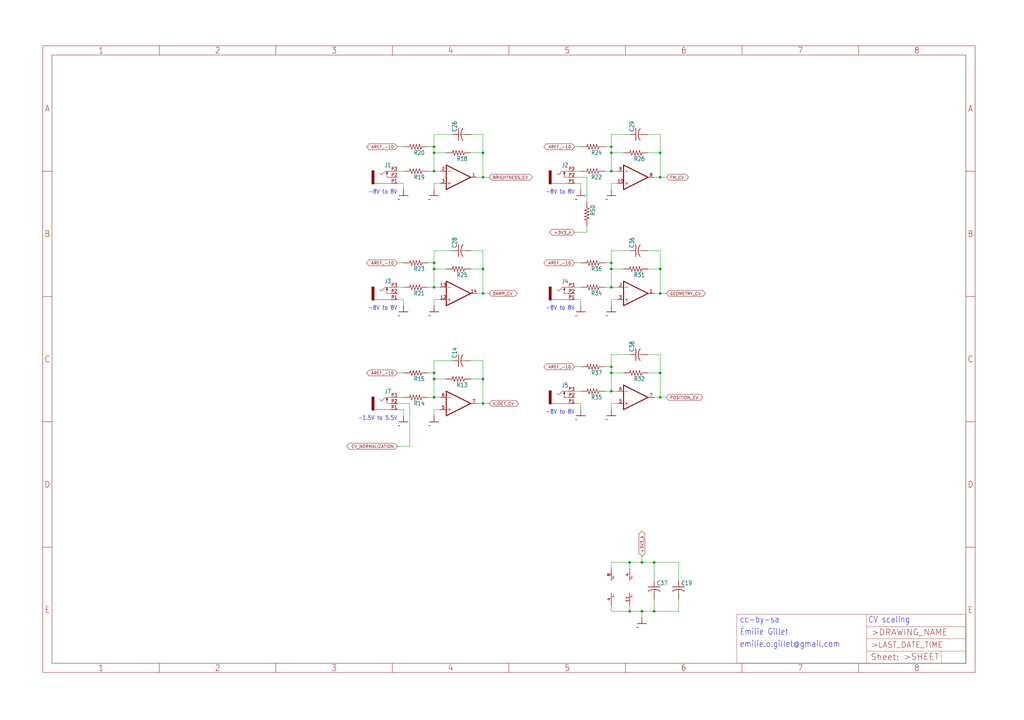
<source format=kicad_sch>
(kicad_sch (version 20211123) (generator eeschema)
  (paper "User" 425.45 299.161)
  (lib_symbols
    (symbol "rings-eagle-import:A3L-LOC"
      (symbol "A3L-LOC_1_0"
        (polyline (pts (xy 0 52.07) (xy 3.81 52.07)))
        (polyline (pts (xy 0 104.14) (xy 3.81 104.14)))
        (polyline (pts (xy 0 156.21) (xy 3.81 156.21)))
        (polyline (pts (xy 0 208.28) (xy 3.81 208.28)))
        (polyline (pts (xy 3.81 3.81) (xy 3.81 256.54)))
        (polyline (pts (xy 48.4188 0) (xy 48.4188 3.81)))
        (polyline (pts (xy 48.4188 256.54) (xy 48.4188 260.35)))
        (polyline (pts (xy 96.8375 0) (xy 96.8375 3.81)))
        (polyline (pts (xy 96.8375 256.54) (xy 96.8375 260.35)))
        (polyline (pts (xy 145.2563 0) (xy 145.2563 3.81)))
        (polyline (pts (xy 145.2563 256.54) (xy 145.2563 260.35)))
        (polyline (pts (xy 193.675 0) (xy 193.675 3.81)))
        (polyline (pts (xy 193.675 256.54) (xy 193.675 260.35)))
        (polyline (pts (xy 242.0938 0) (xy 242.0938 3.81)))
        (polyline (pts (xy 242.0938 256.54) (xy 242.0938 260.35)))
        (polyline (pts (xy 288.29 3.81) (xy 288.29 24.13)) (stroke (width 0.1016)))
        (polyline (pts (xy 288.29 3.81) (xy 342.265 3.81)) (stroke (width 0.1016)))
        (polyline (pts (xy 288.29 24.13) (xy 342.265 24.13)) (stroke (width 0.1016)))
        (polyline (pts (xy 290.5125 0) (xy 290.5125 3.81)))
        (polyline (pts (xy 290.5125 256.54) (xy 290.5125 260.35)))
        (polyline (pts (xy 338.9313 0) (xy 338.9313 3.81)))
        (polyline (pts (xy 338.9313 256.54) (xy 338.9313 260.35)))
        (polyline (pts (xy 342.265 3.81) (xy 373.38 3.81)) (stroke (width 0.1016)))
        (polyline (pts (xy 342.265 8.89) (xy 342.265 3.81)) (stroke (width 0.1016)))
        (polyline (pts (xy 342.265 8.89) (xy 342.265 13.97)) (stroke (width 0.1016)))
        (polyline (pts (xy 342.265 13.97) (xy 342.265 19.05)) (stroke (width 0.1016)))
        (polyline (pts (xy 342.265 13.97) (xy 383.54 13.97)) (stroke (width 0.1016)))
        (polyline (pts (xy 342.265 19.05) (xy 342.265 24.13)) (stroke (width 0.1016)))
        (polyline (pts (xy 342.265 19.05) (xy 383.54 19.05)) (stroke (width 0.1016)))
        (polyline (pts (xy 342.265 24.13) (xy 383.54 24.13)) (stroke (width 0.1016)))
        (polyline (pts (xy 373.38 3.81) (xy 373.38 8.89)) (stroke (width 0.1016)))
        (polyline (pts (xy 373.38 3.81) (xy 383.54 3.81)) (stroke (width 0.1016)))
        (polyline (pts (xy 373.38 8.89) (xy 342.265 8.89)) (stroke (width 0.1016)))
        (polyline (pts (xy 373.38 8.89) (xy 383.54 8.89)) (stroke (width 0.1016)))
        (polyline (pts (xy 383.54 3.81) (xy 3.81 3.81)))
        (polyline (pts (xy 383.54 3.81) (xy 383.54 8.89)) (stroke (width 0.1016)))
        (polyline (pts (xy 383.54 3.81) (xy 383.54 256.54)))
        (polyline (pts (xy 383.54 8.89) (xy 383.54 13.97)) (stroke (width 0.1016)))
        (polyline (pts (xy 383.54 13.97) (xy 383.54 19.05)) (stroke (width 0.1016)))
        (polyline (pts (xy 383.54 19.05) (xy 383.54 24.13)) (stroke (width 0.1016)))
        (polyline (pts (xy 383.54 52.07) (xy 387.35 52.07)))
        (polyline (pts (xy 383.54 104.14) (xy 387.35 104.14)))
        (polyline (pts (xy 383.54 156.21) (xy 387.35 156.21)))
        (polyline (pts (xy 383.54 208.28) (xy 387.35 208.28)))
        (polyline (pts (xy 383.54 256.54) (xy 3.81 256.54)))
        (polyline (pts (xy 0 0) (xy 387.35 0) (xy 387.35 260.35) (xy 0 260.35) (xy 0 0)))
        (text "1" (at 24.2094 1.905 0) (effects (font (size 2.54 2.286))))
        (text "1" (at 24.2094 258.445 0) (effects (font (size 2.54 2.286))))
        (text "2" (at 72.6281 1.905 0) (effects (font (size 2.54 2.286))))
        (text "2" (at 72.6281 258.445 0) (effects (font (size 2.54 2.286))))
        (text "3" (at 121.0469 1.905 0) (effects (font (size 2.54 2.286))))
        (text "3" (at 121.0469 258.445 0) (effects (font (size 2.54 2.286))))
        (text "4" (at 169.4656 1.905 0) (effects (font (size 2.54 2.286))))
        (text "4" (at 169.4656 258.445 0) (effects (font (size 2.54 2.286))))
        (text "5" (at 217.8844 1.905 0) (effects (font (size 2.54 2.286))))
        (text "5" (at 217.8844 258.445 0) (effects (font (size 2.54 2.286))))
        (text "6" (at 266.3031 1.905 0) (effects (font (size 2.54 2.286))))
        (text "6" (at 266.3031 258.445 0) (effects (font (size 2.54 2.286))))
        (text "7" (at 314.7219 1.905 0) (effects (font (size 2.54 2.286))))
        (text "7" (at 314.7219 258.445 0) (effects (font (size 2.54 2.286))))
        (text "8" (at 363.1406 1.905 0) (effects (font (size 2.54 2.286))))
        (text "8" (at 363.1406 258.445 0) (effects (font (size 2.54 2.286))))
        (text ">DRAWING_NAME" (at 344.17 15.24 0) (effects (font (size 2.54 2.54)) (justify left bottom)))
        (text ">LAST_DATE_TIME" (at 344.17 10.16 0) (effects (font (size 2.286 2.286)) (justify left bottom)))
        (text ">SHEET" (at 357.505 5.08 0) (effects (font (size 2.54 2.54)) (justify left bottom)))
        (text "A" (at 1.905 234.315 0) (effects (font (size 2.54 2.286))))
        (text "A" (at 385.445 234.315 0) (effects (font (size 2.54 2.286))))
        (text "B" (at 1.905 182.245 0) (effects (font (size 2.54 2.286))))
        (text "B" (at 385.445 182.245 0) (effects (font (size 2.54 2.286))))
        (text "C" (at 1.905 130.175 0) (effects (font (size 2.54 2.286))))
        (text "C" (at 385.445 130.175 0) (effects (font (size 2.54 2.286))))
        (text "D" (at 1.905 78.105 0) (effects (font (size 2.54 2.286))))
        (text "D" (at 385.445 78.105 0) (effects (font (size 2.54 2.286))))
        (text "E" (at 1.905 26.035 0) (effects (font (size 2.54 2.286))))
        (text "E" (at 385.445 26.035 0) (effects (font (size 2.54 2.286))))
        (text "Sheet:" (at 343.916 4.953 0) (effects (font (size 2.54 2.54)) (justify left bottom)))
      )
    )
    (symbol "rings-eagle-import:C-USC0603"
      (property "Reference" "C" (at 1.016 0.635 0))
      (property "Value" "C-USC0603" (at 1.016 -4.191 0))
      (symbol "C-USC0603_1_0"
        (arc (start 0 -1.0161) (mid -1.302 -1.2303) (end -2.4668 -1.8504) (stroke (width 0.254)))
        (polyline (pts (xy -2.54 0) (xy 2.54 0)) (stroke (width 0.254)))
        (polyline (pts (xy 0 -1.016) (xy 0 -2.54)) (stroke (width 0.1524)))
        (arc (start 2.4892 -1.8542) (mid 1.3158 -1.2195) (end 0 -1) (stroke (width 0.254)))
        (pin passive line (at 0 2.54 270) (length 2.54) (name "1") (number "1"))
        (pin passive line (at 0 -5.08 90) (length 2.54) (name "2") (number "2"))
      )
    )
    (symbol "rings-eagle-import:GND" (power)
      (property "Value" "GND" (at -2.54 -2.54 0))
      (symbol "GND_1_0"
        (polyline (pts (xy -1.905 0) (xy 1.905 0)) (stroke (width 0.254)))
        (pin power_in line (at 0 2.54 270) (length 2.54) (name "GND") (number "1"))
      )
    )
    (symbol "rings-eagle-import:PJ301_THONKICONN6"
      (property "Reference" "J" (at -2.54 4.064 0))
      (symbol "PJ301_THONKICONN6_1_0"
        (polyline (pts (xy -2.54 -2.54) (xy 4.572 -2.54)) (stroke (width 0.1524)))
        (polyline (pts (xy -2.54 0) (xy -0.762 0)) (stroke (width 0.1524)))
        (polyline (pts (xy -2.54 2.54) (xy 0 2.54)) (stroke (width 0.1524)))
        (polyline (pts (xy -1.016 1.524) (xy -0.508 1.524)) (stroke (width 0.254)))
        (polyline (pts (xy -0.762 0) (xy -0.762 2.286)) (stroke (width 0.1524)))
        (polyline (pts (xy -0.762 2.286) (xy -1.016 1.524)) (stroke (width 0.254)))
        (polyline (pts (xy -0.508 1.524) (xy -0.762 2.286)) (stroke (width 0.254)))
        (polyline (pts (xy 0 2.54) (xy 1.524 1.016)) (stroke (width 0.1524)))
        (polyline (pts (xy 1.524 1.016) (xy 2.286 1.778)) (stroke (width 0.1524)))
        (rectangle (start 4.572 2.794) (end 5.588 -2.794) (fill (type outline)))
        (pin passive line (at -5.08 -2.54 0) (length 2.54) (name "1") (number "P1"))
        (pin passive line (at -5.08 0 0) (length 2.54) (name "2") (number "P2"))
        (pin passive line (at -5.08 2.54 0) (length 2.54) (name "3") (number "P3"))
      )
    )
    (symbol "rings-eagle-import:R-US_R0603"
      (property "Reference" "R" (at -3.81 1.4986 0))
      (property "Value" "R-US_R0603" (at -3.81 -3.302 0))
      (symbol "R-US_R0603_1_0"
        (polyline (pts (xy -2.54 0) (xy -2.159 1.016)) (stroke (width 0.2032)))
        (polyline (pts (xy -2.159 1.016) (xy -1.524 -1.016)) (stroke (width 0.2032)))
        (polyline (pts (xy -1.524 -1.016) (xy -0.889 1.016)) (stroke (width 0.2032)))
        (polyline (pts (xy -0.889 1.016) (xy -0.254 -1.016)) (stroke (width 0.2032)))
        (polyline (pts (xy -0.254 -1.016) (xy 0.381 1.016)) (stroke (width 0.2032)))
        (polyline (pts (xy 0.381 1.016) (xy 1.016 -1.016)) (stroke (width 0.2032)))
        (polyline (pts (xy 1.016 -1.016) (xy 1.651 1.016)) (stroke (width 0.2032)))
        (polyline (pts (xy 1.651 1.016) (xy 2.286 -1.016)) (stroke (width 0.2032)))
        (polyline (pts (xy 2.286 -1.016) (xy 2.54 0)) (stroke (width 0.2032)))
        (pin passive line (at -5.08 0 0) (length 2.54) (name "1") (number "1"))
        (pin passive line (at 5.08 0 180) (length 2.54) (name "2") (number "2"))
      )
    )
    (symbol "rings-eagle-import:TL072D"
      (symbol "TL072D_1_0"
        (polyline (pts (xy -5.08 -5.08) (xy 5.08 0)) (stroke (width 0.4064)))
        (polyline (pts (xy -5.08 5.08) (xy -5.08 -5.08)) (stroke (width 0.4064)))
        (polyline (pts (xy -4.445 -2.54) (xy -3.175 -2.54)) (stroke (width 0.1524)))
        (polyline (pts (xy -4.445 2.54) (xy -3.175 2.54)) (stroke (width 0.1524)))
        (polyline (pts (xy -3.81 3.175) (xy -3.81 1.905)) (stroke (width 0.1524)))
        (polyline (pts (xy 5.08 0) (xy -5.08 5.08)) (stroke (width 0.4064)))
        (pin output line (at 7.62 0 180) (length 2.54) (name "OUT") (number "1"))
        (pin input line (at -7.62 -2.54 0) (length 2.54) (name "-IN") (number "2"))
        (pin input line (at -7.62 2.54 0) (length 2.54) (name "+IN") (number "3"))
      )
      (symbol "TL072D_2_0"
        (polyline (pts (xy -5.08 -5.08) (xy 5.08 0)) (stroke (width 0.4064)))
        (polyline (pts (xy -5.08 5.08) (xy -5.08 -5.08)) (stroke (width 0.4064)))
        (polyline (pts (xy -4.445 -2.54) (xy -3.175 -2.54)) (stroke (width 0.1524)))
        (polyline (pts (xy -4.445 2.54) (xy -3.175 2.54)) (stroke (width 0.1524)))
        (polyline (pts (xy -3.81 3.175) (xy -3.81 1.905)) (stroke (width 0.1524)))
        (polyline (pts (xy 5.08 0) (xy -5.08 5.08)) (stroke (width 0.4064)))
        (pin input line (at -7.62 2.54 0) (length 2.54) (name "+IN") (number "5"))
        (pin input line (at -7.62 -2.54 0) (length 2.54) (name "-IN") (number "6"))
        (pin output line (at 7.62 0 180) (length 2.54) (name "OUT") (number "7"))
      )
      (symbol "TL072D_3_0"
        (text "V+" (at 1.27 3.175 900) (effects (font (size 0.8128 0.6908)) (justify left bottom)))
        (text "V-" (at 1.27 -4.445 900) (effects (font (size 0.8128 0.6908)) (justify left bottom)))
        (pin power_in line (at 0 -7.62 90) (length 5.08) (name "V-") (number "4"))
        (pin power_in line (at 0 7.62 270) (length 5.08) (name "V+") (number "8"))
      )
    )
    (symbol "rings-eagle-import:TL074D"
      (symbol "TL074D_1_0"
        (polyline (pts (xy -5.08 -5.08) (xy 5.08 0)) (stroke (width 0.4064)))
        (polyline (pts (xy -5.08 5.08) (xy -5.08 -5.08)) (stroke (width 0.4064)))
        (polyline (pts (xy -4.445 -2.54) (xy -3.175 -2.54)) (stroke (width 0.1524)))
        (polyline (pts (xy -4.445 2.54) (xy -3.175 2.54)) (stroke (width 0.1524)))
        (polyline (pts (xy -3.81 3.175) (xy -3.81 1.905)) (stroke (width 0.1524)))
        (polyline (pts (xy 5.08 0) (xy -5.08 5.08)) (stroke (width 0.4064)))
        (pin output line (at 7.62 0 180) (length 2.54) (name "OUT") (number "1"))
        (pin input line (at -7.62 -2.54 0) (length 2.54) (name "-IN") (number "2"))
        (pin input line (at -7.62 2.54 0) (length 2.54) (name "+IN") (number "3"))
      )
      (symbol "TL074D_2_0"
        (polyline (pts (xy -5.08 -5.08) (xy 5.08 0)) (stroke (width 0.4064)))
        (polyline (pts (xy -5.08 5.08) (xy -5.08 -5.08)) (stroke (width 0.4064)))
        (polyline (pts (xy -4.445 -2.54) (xy -3.175 -2.54)) (stroke (width 0.1524)))
        (polyline (pts (xy -4.445 2.54) (xy -3.175 2.54)) (stroke (width 0.1524)))
        (polyline (pts (xy -3.81 3.175) (xy -3.81 1.905)) (stroke (width 0.1524)))
        (polyline (pts (xy 5.08 0) (xy -5.08 5.08)) (stroke (width 0.4064)))
        (pin input line (at -7.62 2.54 0) (length 2.54) (name "+IN") (number "5"))
        (pin input line (at -7.62 -2.54 0) (length 2.54) (name "-IN") (number "6"))
        (pin output line (at 7.62 0 180) (length 2.54) (name "OUT") (number "7"))
      )
      (symbol "TL074D_3_0"
        (polyline (pts (xy -5.08 -5.08) (xy 5.08 0)) (stroke (width 0.4064)))
        (polyline (pts (xy -5.08 5.08) (xy -5.08 -5.08)) (stroke (width 0.4064)))
        (polyline (pts (xy -4.445 -2.54) (xy -3.175 -2.54)) (stroke (width 0.1524)))
        (polyline (pts (xy -4.445 2.54) (xy -3.175 2.54)) (stroke (width 0.1524)))
        (polyline (pts (xy -3.81 3.175) (xy -3.81 1.905)) (stroke (width 0.1524)))
        (polyline (pts (xy 5.08 0) (xy -5.08 5.08)) (stroke (width 0.4064)))
        (pin input line (at -7.62 2.54 0) (length 2.54) (name "+IN") (number "10"))
        (pin output line (at 7.62 0 180) (length 2.54) (name "OUT") (number "8"))
        (pin input line (at -7.62 -2.54 0) (length 2.54) (name "-IN") (number "9"))
      )
      (symbol "TL074D_4_0"
        (polyline (pts (xy -5.08 -5.08) (xy 5.08 0)) (stroke (width 0.4064)))
        (polyline (pts (xy -5.08 5.08) (xy -5.08 -5.08)) (stroke (width 0.4064)))
        (polyline (pts (xy -4.445 -2.54) (xy -3.175 -2.54)) (stroke (width 0.1524)))
        (polyline (pts (xy -4.445 2.54) (xy -3.175 2.54)) (stroke (width 0.1524)))
        (polyline (pts (xy -3.81 3.175) (xy -3.81 1.905)) (stroke (width 0.1524)))
        (polyline (pts (xy 5.08 0) (xy -5.08 5.08)) (stroke (width 0.4064)))
        (pin input line (at -7.62 2.54 0) (length 2.54) (name "+IN") (number "12"))
        (pin input line (at -7.62 -2.54 0) (length 2.54) (name "-IN") (number "13"))
        (pin output line (at 7.62 0 180) (length 2.54) (name "OUT") (number "14"))
      )
      (symbol "TL074D_5_0"
        (text "V+" (at 1.27 3.175 900) (effects (font (size 0.8128 0.6908)) (justify left bottom)))
        (text "V-" (at 1.27 -4.445 900) (effects (font (size 0.8128 0.6908)) (justify left bottom)))
        (pin power_in line (at 0 -7.62 90) (length 5.08) (name "V-") (number "11"))
        (pin power_in line (at 0 7.62 270) (length 5.08) (name "V+") (number "4"))
      )
    )
  )
  (junction (at 254 111.76))
  (junction (at 180.34 119.38))
  (junction (at 200.66 63.5))
  (junction (at 180.34 60.96))
  (junction (at 271.78 233.68))
  (junction (at 254 154.94))
  (junction (at 200.66 111.76))
  (junction (at 254 119.38))
  (junction (at 180.34 109.22))
  (junction (at 254 162.56))
  (junction (at 200.66 157.48))
  (junction (at 274.32 73.66))
  (junction (at 274.32 165.1))
  (junction (at 254 71.12))
  (junction (at 274.32 154.94))
  (junction (at 261.62 254))
  (junction (at 254 109.22))
  (junction (at 274.32 63.5))
  (junction (at 254 152.4))
  (junction (at 200.66 73.66))
  (junction (at 180.34 111.76))
  (junction (at 274.32 111.76))
  (junction (at 254 60.96))
  (junction (at 266.7 254))
  (junction (at 271.78 254))
  (junction (at 200.66 121.92))
  (junction (at 254 63.5))
  (junction (at 180.34 63.5))
  (junction (at 274.32 121.92))
  (junction (at 180.34 165.1))
  (junction (at 261.62 233.68))
  (junction (at 180.34 71.12))
  (junction (at 200.66 167.64))
  (junction (at 180.34 157.48))
  (junction (at 266.7 233.68))
  (junction (at 180.34 154.94))
  (wire (pts (xy 195.58 149.86) (xy 200.66 149.86)))
  (wire (pts (xy 254 71.12) (xy 256.54 71.12)))
  (wire (pts (xy 271.78 254) (xy 281.94 254)))
  (wire (pts (xy 261.62 104.14) (xy 254 104.14)))
  (wire (pts (xy 200.66 167.64) (xy 198.12 167.64)))
  (wire (pts (xy 180.34 170.18) (xy 180.34 172.72)))
  (wire (pts (xy 274.32 73.66) (xy 271.78 73.66)))
  (wire (pts (xy 195.58 55.88) (xy 200.66 55.88)))
  (wire (pts (xy 243.84 73.66) (xy 238.76 73.66)))
  (wire (pts (xy 180.34 76.2) (xy 180.34 78.74)))
  (wire (pts (xy 185.42 157.48) (xy 180.34 157.48)))
  (wire (pts (xy 254 233.68) (xy 261.62 233.68)))
  (wire (pts (xy 238.76 71.12) (xy 241.3 71.12)))
  (wire (pts (xy 254 251.46) (xy 254 254)))
  (wire (pts (xy 254 154.94) (xy 254 162.56)))
  (wire (pts (xy 274.32 121.92) (xy 276.86 121.92)))
  (wire (pts (xy 269.24 154.94) (xy 274.32 154.94)))
  (wire (pts (xy 261.62 236.22) (xy 261.62 233.68)))
  (wire (pts (xy 180.34 119.38) (xy 182.88 119.38)))
  (wire (pts (xy 274.32 147.32) (xy 274.32 154.94)))
  (wire (pts (xy 274.32 73.66) (xy 276.86 73.66)))
  (wire (pts (xy 241.3 167.64) (xy 241.3 170.18)))
  (wire (pts (xy 269.24 104.14) (xy 274.32 104.14)))
  (wire (pts (xy 165.1 154.94) (xy 167.64 154.94)))
  (wire (pts (xy 254 76.2) (xy 254 78.74)))
  (wire (pts (xy 266.7 254) (xy 271.78 254)))
  (wire (pts (xy 243.84 83.82) (xy 243.84 73.66)))
  (wire (pts (xy 200.66 121.92) (xy 198.12 121.92)))
  (wire (pts (xy 261.62 233.68) (xy 266.7 233.68)))
  (wire (pts (xy 200.66 104.14) (xy 200.66 111.76)))
  (wire (pts (xy 254 63.5) (xy 254 71.12)))
  (wire (pts (xy 238.76 162.56) (xy 241.3 162.56)))
  (wire (pts (xy 165.1 170.18) (xy 167.64 170.18)))
  (wire (pts (xy 167.64 76.2) (xy 167.64 78.74)))
  (wire (pts (xy 254 111.76) (xy 254 119.38)))
  (wire (pts (xy 254 254) (xy 261.62 254)))
  (wire (pts (xy 165.1 165.1) (xy 167.64 165.1)))
  (wire (pts (xy 266.7 233.68) (xy 266.7 231.14)))
  (wire (pts (xy 200.66 167.64) (xy 203.2 167.64)))
  (wire (pts (xy 238.76 119.38) (xy 241.3 119.38)))
  (wire (pts (xy 170.18 167.64) (xy 170.18 185.42)))
  (wire (pts (xy 177.8 119.38) (xy 180.34 119.38)))
  (wire (pts (xy 182.88 124.46) (xy 180.34 124.46)))
  (wire (pts (xy 266.7 233.68) (xy 271.78 233.68)))
  (wire (pts (xy 281.94 254) (xy 281.94 248.92)))
  (wire (pts (xy 261.62 251.46) (xy 261.62 254)))
  (wire (pts (xy 238.76 60.96) (xy 241.3 60.96)))
  (wire (pts (xy 254 147.32) (xy 254 152.4)))
  (wire (pts (xy 274.32 121.92) (xy 271.78 121.92)))
  (wire (pts (xy 254 162.56) (xy 256.54 162.56)))
  (wire (pts (xy 238.76 167.64) (xy 241.3 167.64)))
  (wire (pts (xy 256.54 76.2) (xy 254 76.2)))
  (wire (pts (xy 182.88 76.2) (xy 180.34 76.2)))
  (wire (pts (xy 185.42 111.76) (xy 180.34 111.76)))
  (wire (pts (xy 200.66 149.86) (xy 200.66 157.48)))
  (wire (pts (xy 180.34 111.76) (xy 180.34 119.38)))
  (wire (pts (xy 165.1 71.12) (xy 167.64 71.12)))
  (wire (pts (xy 243.84 96.52) (xy 243.84 93.98)))
  (wire (pts (xy 251.46 162.56) (xy 254 162.56)))
  (wire (pts (xy 238.76 124.46) (xy 241.3 124.46)))
  (wire (pts (xy 274.32 63.5) (xy 274.32 73.66)))
  (wire (pts (xy 251.46 71.12) (xy 254 71.12)))
  (wire (pts (xy 182.88 170.18) (xy 180.34 170.18)))
  (wire (pts (xy 180.34 109.22) (xy 180.34 111.76)))
  (wire (pts (xy 238.76 109.22) (xy 241.3 109.22)))
  (wire (pts (xy 243.84 96.52) (xy 238.76 96.52)))
  (wire (pts (xy 281.94 233.68) (xy 281.94 241.3)))
  (wire (pts (xy 271.78 233.68) (xy 271.78 241.3)))
  (wire (pts (xy 200.66 111.76) (xy 200.66 121.92)))
  (wire (pts (xy 200.66 55.88) (xy 200.66 63.5)))
  (wire (pts (xy 274.32 111.76) (xy 274.32 121.92)))
  (wire (pts (xy 200.66 63.5) (xy 200.66 73.66)))
  (wire (pts (xy 177.8 109.22) (xy 180.34 109.22)))
  (wire (pts (xy 251.46 60.96) (xy 254 60.96)))
  (wire (pts (xy 274.32 55.88) (xy 274.32 63.5)))
  (wire (pts (xy 165.1 60.96) (xy 167.64 60.96)))
  (wire (pts (xy 187.96 55.88) (xy 180.34 55.88)))
  (wire (pts (xy 269.24 63.5) (xy 274.32 63.5)))
  (wire (pts (xy 256.54 167.64) (xy 254 167.64)))
  (wire (pts (xy 274.32 104.14) (xy 274.32 111.76)))
  (wire (pts (xy 271.78 233.68) (xy 281.94 233.68)))
  (wire (pts (xy 180.34 165.1) (xy 182.88 165.1)))
  (wire (pts (xy 180.34 104.14) (xy 180.34 109.22)))
  (wire (pts (xy 254 104.14) (xy 254 109.22)))
  (wire (pts (xy 165.1 76.2) (xy 167.64 76.2)))
  (wire (pts (xy 254 60.96) (xy 254 63.5)))
  (wire (pts (xy 180.34 63.5) (xy 180.34 71.12)))
  (wire (pts (xy 254 152.4) (xy 254 154.94)))
  (wire (pts (xy 251.46 109.22) (xy 254 109.22)))
  (wire (pts (xy 180.34 60.96) (xy 180.34 63.5)))
  (wire (pts (xy 269.24 55.88) (xy 274.32 55.88)))
  (wire (pts (xy 256.54 124.46) (xy 254 124.46)))
  (wire (pts (xy 266.7 254) (xy 266.7 256.54)))
  (wire (pts (xy 241.3 124.46) (xy 241.3 127)))
  (wire (pts (xy 165.1 167.64) (xy 170.18 167.64)))
  (wire (pts (xy 271.78 248.92) (xy 271.78 254)))
  (wire (pts (xy 269.24 147.32) (xy 274.32 147.32)))
  (wire (pts (xy 177.8 165.1) (xy 180.34 165.1)))
  (wire (pts (xy 195.58 157.48) (xy 200.66 157.48)))
  (wire (pts (xy 238.76 76.2) (xy 241.3 76.2)))
  (wire (pts (xy 200.66 73.66) (xy 198.12 73.66)))
  (wire (pts (xy 259.08 111.76) (xy 254 111.76)))
  (wire (pts (xy 195.58 63.5) (xy 200.66 63.5)))
  (wire (pts (xy 274.32 154.94) (xy 274.32 165.1)))
  (wire (pts (xy 180.34 55.88) (xy 180.34 60.96)))
  (wire (pts (xy 167.64 124.46) (xy 167.64 127)))
  (wire (pts (xy 167.64 109.22) (xy 165.1 109.22)))
  (wire (pts (xy 195.58 104.14) (xy 200.66 104.14)))
  (wire (pts (xy 180.34 71.12) (xy 182.88 71.12)))
  (wire (pts (xy 254 124.46) (xy 254 127)))
  (wire (pts (xy 165.1 124.46) (xy 167.64 124.46)))
  (wire (pts (xy 177.8 154.94) (xy 180.34 154.94)))
  (wire (pts (xy 261.62 147.32) (xy 254 147.32)))
  (wire (pts (xy 200.66 121.92) (xy 203.2 121.92)))
  (wire (pts (xy 251.46 119.38) (xy 254 119.38)))
  (wire (pts (xy 200.66 157.48) (xy 200.66 167.64)))
  (wire (pts (xy 170.18 185.42) (xy 165.1 185.42)))
  (wire (pts (xy 269.24 111.76) (xy 274.32 111.76)))
  (wire (pts (xy 195.58 111.76) (xy 200.66 111.76)))
  (wire (pts (xy 180.34 124.46) (xy 180.34 127)))
  (wire (pts (xy 187.96 149.86) (xy 180.34 149.86)))
  (wire (pts (xy 180.34 154.94) (xy 180.34 157.48)))
  (wire (pts (xy 254 167.64) (xy 254 170.18)))
  (wire (pts (xy 177.8 60.96) (xy 180.34 60.96)))
  (wire (pts (xy 165.1 119.38) (xy 167.64 119.38)))
  (wire (pts (xy 254 119.38) (xy 256.54 119.38)))
  (wire (pts (xy 180.34 149.86) (xy 180.34 154.94)))
  (wire (pts (xy 251.46 152.4) (xy 254 152.4)))
  (wire (pts (xy 259.08 63.5) (xy 254 63.5)))
  (wire (pts (xy 254 55.88) (xy 254 60.96)))
  (wire (pts (xy 177.8 71.12) (xy 180.34 71.12)))
  (wire (pts (xy 274.32 165.1) (xy 276.86 165.1)))
  (wire (pts (xy 259.08 154.94) (xy 254 154.94)))
  (wire (pts (xy 261.62 254) (xy 266.7 254)))
  (wire (pts (xy 241.3 76.2) (xy 241.3 78.74)))
  (wire (pts (xy 167.64 170.18) (xy 167.64 172.72)))
  (wire (pts (xy 254 236.22) (xy 254 233.68)))
  (wire (pts (xy 200.66 73.66) (xy 203.2 73.66)))
  (wire (pts (xy 261.62 55.88) (xy 254 55.88)))
  (wire (pts (xy 238.76 152.4) (xy 241.3 152.4)))
  (wire (pts (xy 180.34 157.48) (xy 180.34 165.1)))
  (wire (pts (xy 274.32 165.1) (xy 271.78 165.1)))
  (wire (pts (xy 185.42 63.5) (xy 180.34 63.5)))
  (wire (pts (xy 187.96 104.14) (xy 180.34 104.14)))
  (wire (pts (xy 254 109.22) (xy 254 111.76)))
  (text "cc-by-sa" (at 307.34 259.08 180) (effects (font (size 2.54 2.159)) (justify left bottom)))
  (text "CV scaling" (at 360.68 259.08 180) (effects (font (size 2.54 2.159)) (justify left bottom)))
  (text "emilie.o.gillet@gmail.com" (at 307.34 269.24 180) (effects (font (size 2.54 2.159)) (justify left bottom)))
  (text "-8V to 8V" (at 238.76 78.74 180) (effects (font (size 1.778 1.5113)) (justify right top)))
  (text "-8V to 8V" (at 238.76 170.18 180) (effects (font (size 1.778 1.5113)) (justify right top)))
  (text "-1.5V to 5.5V" (at 165.1 172.72 180) (effects (font (size 1.778 1.5113)) (justify right top)))
  (text "-8V to 8V" (at 165.1 78.74 180) (effects (font (size 1.778 1.5113)) (justify right top)))
  (text "Émilie Gillet" (at 307.34 264.16 180) (effects (font (size 2.54 2.159)) (justify left bottom)))
  (text "-8V to 8V" (at 165.1 127 180) (effects (font (size 1.778 1.5113)) (justify right top)))
  (text "-8V to 8V" (at 238.76 127 180) (effects (font (size 1.778 1.5113)) (justify right top)))
  (global_label "AREF_-10" (shape bidirectional) (at 238.76 109.22 180) (effects (font (size 1.2446 1.2446))) (property "Intersheet References" "${INTERSHEET_REFS}" (effects hide)))
  (global_label "FM_CV" (shape bidirectional) (at 276.86 73.66 0) (effects (font (size 1.2446 1.2446))) (property "Intersheet References" "${INTERSHEET_REFS}" (effects hide)))
  (global_label "AREF_-10" (shape bidirectional) (at 165.1 154.94 180) (effects (font (size 1.2446 1.2446))) (property "Intersheet References" "${INTERSHEET_REFS}" (effects hide)))
  (global_label "AREF_-10" (shape bidirectional) (at 165.1 109.22 180) (effects (font (size 1.2446 1.2446))) (property "Intersheet References" "${INTERSHEET_REFS}" (effects hide)))
  (global_label "CV_NORMALIZATION" (shape bidirectional) (at 165.1 185.42 180) (effects (font (size 1.2446 1.2446))) (property "Intersheet References" "${INTERSHEET_REFS}" (effects hide)))
  (global_label "AREF_-10" (shape bidirectional) (at 238.76 152.4 180) (effects (font (size 1.2446 1.2446))) (property "Intersheet References" "${INTERSHEET_REFS}" (effects hide)))
  (global_label "GEOMETRY_CV" (shape bidirectional) (at 276.86 121.92 0) (effects (font (size 1.2446 1.2446))) (property "Intersheet References" "${INTERSHEET_REFS}" (effects hide)))
  (global_label "POSITION_CV" (shape bidirectional) (at 276.86 165.1 0) (effects (font (size 1.2446 1.2446))) (property "Intersheet References" "${INTERSHEET_REFS}" (effects hide)))
  (global_label "DAMP_CV" (shape bidirectional) (at 203.2 121.92 0) (effects (font (size 1.2446 1.2446))) (property "Intersheet References" "${INTERSHEET_REFS}" (effects hide)))
  (global_label "BRIGHTNESS_CV" (shape bidirectional) (at 203.2 73.66 0) (effects (font (size 1.2446 1.2446))) (property "Intersheet References" "${INTERSHEET_REFS}" (effects hide)))
  (global_label "AREF_-10" (shape bidirectional) (at 238.76 60.96 180) (effects (font (size 1.2446 1.2446))) (property "Intersheet References" "${INTERSHEET_REFS}" (effects hide)))
  (global_label "+3V3_A" (shape bidirectional) (at 238.76 96.52 180) (effects (font (size 1.2446 1.2446))) (property "Intersheet References" "${INTERSHEET_REFS}" (effects hide)))
  (global_label "V_OCT_CV" (shape bidirectional) (at 203.2 167.64 0) (effects (font (size 1.2446 1.2446))) (property "Intersheet References" "${INTERSHEET_REFS}" (effects hide)))
  (global_label "AREF_-10" (shape bidirectional) (at 165.1 60.96 180) (effects (font (size 1.2446 1.2446))) (property "Intersheet References" "${INTERSHEET_REFS}" (effects hide)))
  (global_label "+3V3_A" (shape bidirectional) (at 266.7 231.14 90) (effects (font (size 1.2446 1.2446))) (property "Intersheet References" "${INTERSHEET_REFS}" (effects hide)))
  (symbol (lib_id "rings-eagle-import:R-US_R0603") (at 264.16 111.76 180) (unit 1)
    (property "Reference" "R31" (at 267.97 113.2586 0) (effects (font (size 1.778 1.5113)) (justify left bottom)))
  )
  (symbol (lib_id "rings-eagle-import:PJ301_THONKICONN6") (at 233.68 165.1 0) (mirror y) (unit 1)
    (property "Reference" "J5" (at 236.22 161.036 0) (effects (font (size 1.778 1.5113)) (justify left bottom)))
  )
  (symbol (lib_id "rings-eagle-import:TL074D") (at 264.16 73.66 0) (mirror x) (unit 3)
    (property "Reference" "IC7" (effects hide))
  )
  (symbol (lib_id "rings-eagle-import:GND") (at 254 129.54 0) (unit 1)
    (property "Reference" "#GND13" (effects hide))
  )
  (symbol (lib_id "rings-eagle-import:R-US_R0603") (at 264.16 63.5 180) (unit 1)
    (property "Reference" "R26" (at 267.97 64.9986 0) (effects (font (size 1.778 1.5113)) (justify left bottom)))
  )
  (symbol (lib_id "rings-eagle-import:R-US_R0603") (at 172.72 165.1 180) (unit 1)
    (property "Reference" "R14" (at 176.53 166.5986 0) (effects (font (size 1.778 1.5113)) (justify left bottom)))
  )
  (symbol (lib_id "rings-eagle-import:GND") (at 266.7 259.08 0) (unit 1)
    (property "Reference" "#GND28" (effects hide))
  )
  (symbol (lib_id "rings-eagle-import:PJ301_THONKICONN6") (at 233.68 73.66 0) (mirror y) (unit 1)
    (property "Reference" "J2" (at 236.22 69.596 0) (effects (font (size 1.778 1.5113)) (justify left bottom)))
  )
  (symbol (lib_id "rings-eagle-import:GND") (at 254 81.28 0) (unit 1)
    (property "Reference" "#GND9" (effects hide))
  )
  (symbol (lib_id "rings-eagle-import:GND") (at 241.3 172.72 0) (unit 1)
    (property "Reference" "#GND53" (effects hide))
  )
  (symbol (lib_id "rings-eagle-import:R-US_R0603") (at 190.5 111.76 180) (unit 1)
    (property "Reference" "R25" (at 194.31 113.2586 0) (effects (font (size 1.778 1.5113)) (justify left bottom)))
  )
  (symbol (lib_id "rings-eagle-import:C-USC0603") (at 264.16 104.14 90) (unit 1)
    (property "Reference" "C36" (at 263.525 103.124 0) (effects (font (size 1.778 1.5113)) (justify left bottom)))
  )
  (symbol (lib_id "rings-eagle-import:C-USC0603") (at 190.5 149.86 90) (unit 1)
    (property "Reference" "C14" (at 189.865 148.844 0) (effects (font (size 1.778 1.5113)) (justify left bottom)))
  )
  (symbol (lib_id "rings-eagle-import:GND") (at 180.34 129.54 0) (unit 1)
    (property "Reference" "#GND11" (effects hide))
  )
  (symbol (lib_id "rings-eagle-import:C-USC0603") (at 264.16 147.32 90) (unit 1)
    (property "Reference" "C38" (at 263.525 146.304 0) (effects (font (size 1.778 1.5113)) (justify left bottom)))
  )
  (symbol (lib_id "rings-eagle-import:C-USC0603") (at 190.5 55.88 90) (unit 1)
    (property "Reference" "C26" (at 189.865 54.864 0) (effects (font (size 1.778 1.5113)) (justify left bottom)))
  )
  (symbol (lib_id "rings-eagle-import:R-US_R0603") (at 246.38 162.56 180) (unit 1)
    (property "Reference" "R35" (at 250.19 164.0586 0) (effects (font (size 1.778 1.5113)) (justify left bottom)))
  )
  (symbol (lib_id "rings-eagle-import:GND") (at 180.34 175.26 0) (unit 1)
    (property "Reference" "#GND50" (effects hide))
  )
  (symbol (lib_id "rings-eagle-import:GND") (at 167.64 129.54 0) (unit 1)
    (property "Reference" "#GND7" (effects hide))
  )
  (symbol (lib_id "rings-eagle-import:TL072D") (at 190.5 167.64 0) (mirror x) (unit 2)
    (property "Reference" "IC5" (effects hide))
  )
  (symbol (lib_id "rings-eagle-import:R-US_R0603") (at 172.72 60.96 180) (unit 1)
    (property "Reference" "R20" (at 176.53 62.4586 0) (effects (font (size 1.778 1.5113)) (justify left bottom)))
  )
  (symbol (lib_id "rings-eagle-import:GND") (at 167.64 81.28 0) (unit 1)
    (property "Reference" "#GND1" (effects hide))
  )
  (symbol (lib_id "rings-eagle-import:R-US_R0603") (at 246.38 119.38 180) (unit 1)
    (property "Reference" "R34" (at 250.19 120.8786 0) (effects (font (size 1.778 1.5113)) (justify left bottom)))
  )
  (symbol (lib_id "rings-eagle-import:GND") (at 254 172.72 0) (unit 1)
    (property "Reference" "#GND54" (effects hide))
  )
  (symbol (lib_id "rings-eagle-import:R-US_R0603") (at 243.84 88.9 270) (unit 1)
    (property "Reference" "R50" (at 245.3386 85.09 0) (effects (font (size 1.778 1.5113)) (justify left bottom)))
  )
  (symbol (lib_id "rings-eagle-import:C-USC0603") (at 271.78 243.84 0) (unit 1)
    (property "Reference" "C37" (at 272.796 243.205 0) (effects (font (size 1.778 1.5113)) (justify left bottom)))
  )
  (symbol (lib_id "rings-eagle-import:PJ301_THONKICONN6") (at 160.02 167.64 0) (mirror y) (unit 1)
    (property "Reference" "J7" (at 162.56 163.576 0) (effects (font (size 1.778 1.5113)) (justify left bottom)))
  )
  (symbol (lib_id "rings-eagle-import:TL072D") (at 190.5 73.66 0) (mirror x) (unit 1)
    (property "Reference" "IC5" (effects hide))
  )
  (symbol (lib_id "rings-eagle-import:R-US_R0603") (at 264.16 154.94 180) (unit 1)
    (property "Reference" "R32" (at 267.97 156.4386 0) (effects (font (size 1.778 1.5113)) (justify left bottom)))
  )
  (symbol (lib_id "rings-eagle-import:R-US_R0603") (at 246.38 60.96 180) (unit 1)
    (property "Reference" "R24" (at 250.19 62.4586 0) (effects (font (size 1.778 1.5113)) (justify left bottom)))
  )
  (symbol (lib_id "rings-eagle-import:GND") (at 180.34 81.28 0) (unit 1)
    (property "Reference" "#GND2" (effects hide))
  )
  (symbol (lib_id "rings-eagle-import:R-US_R0603") (at 172.72 71.12 180) (unit 1)
    (property "Reference" "R19" (at 176.53 72.6186 0) (effects (font (size 1.778 1.5113)) (justify left bottom)))
  )
  (symbol (lib_id "rings-eagle-import:C-USC0603") (at 264.16 55.88 90) (unit 1)
    (property "Reference" "C29" (at 263.525 54.864 0) (effects (font (size 1.778 1.5113)) (justify left bottom)))
  )
  (symbol (lib_id "rings-eagle-import:TL074D") (at 261.62 243.84 0) (unit 5)
    (property "Reference" "IC7" (effects hide))
  )
  (symbol (lib_id "rings-eagle-import:GND") (at 241.3 81.28 0) (unit 1)
    (property "Reference" "#GND8" (effects hide))
  )
  (symbol (lib_id "rings-eagle-import:R-US_R0603") (at 190.5 157.48 180) (unit 1)
    (property "Reference" "R13" (at 194.31 158.9786 0) (effects (font (size 1.778 1.5113)) (justify left bottom)))
  )
  (symbol (lib_id "rings-eagle-import:R-US_R0603") (at 190.5 63.5 180) (unit 1)
    (property "Reference" "R18" (at 194.31 64.9986 0) (effects (font (size 1.778 1.5113)) (justify left bottom)))
  )
  (symbol (lib_id "rings-eagle-import:R-US_R0603") (at 172.72 119.38 180) (unit 1)
    (property "Reference" "R21" (at 176.53 120.8786 0) (effects (font (size 1.778 1.5113)) (justify left bottom)))
  )
  (symbol (lib_id "rings-eagle-import:PJ301_THONKICONN6") (at 160.02 73.66 0) (mirror y) (unit 1)
    (property "Reference" "J1" (at 162.56 69.596 0) (effects (font (size 1.778 1.5113)) (justify left bottom)))
  )
  (symbol (lib_id "rings-eagle-import:R-US_R0603") (at 246.38 109.22 180) (unit 1)
    (property "Reference" "R36" (at 250.19 110.7186 0) (effects (font (size 1.778 1.5113)) (justify left bottom)))
  )
  (symbol (lib_id "rings-eagle-import:TL074D") (at 190.5 121.92 0) (mirror x) (unit 4)
    (property "Reference" "IC7" (effects hide))
  )
  (symbol (lib_id "rings-eagle-import:TL074D") (at 264.16 121.92 0) (mirror x) (unit 1)
    (property "Reference" "IC7" (effects hide))
  )
  (symbol (lib_id "rings-eagle-import:R-US_R0603") (at 246.38 152.4 180) (unit 1)
    (property "Reference" "R37" (at 250.19 153.8986 0) (effects (font (size 1.778 1.5113)) (justify left bottom)))
  )
  (symbol (lib_id "rings-eagle-import:GND") (at 167.64 175.26 0) (unit 1)
    (property "Reference" "#GND49" (effects hide))
  )
  (symbol (lib_id "rings-eagle-import:C-USC0603") (at 190.5 104.14 90) (unit 1)
    (property "Reference" "C28" (at 189.865 103.124 0) (effects (font (size 1.778 1.5113)) (justify left bottom)))
  )
  (symbol (lib_id "rings-eagle-import:TL074D") (at 264.16 165.1 0) (mirror x) (unit 2)
    (property "Reference" "IC7" (effects hide))
  )
  (symbol (lib_id "rings-eagle-import:A3L-LOC") (at 17.78 279.4 0) (unit 1)
    (property "Reference" "#FRAME5" (effects hide))
  )
  (symbol (lib_id "rings-eagle-import:R-US_R0603") (at 172.72 109.22 180) (unit 1)
    (property "Reference" "R23" (at 176.53 110.7186 0) (effects (font (size 1.778 1.5113)) (justify left bottom)))
  )
  (symbol (lib_id "rings-eagle-import:GND") (at 241.3 129.54 0) (unit 1)
    (property "Reference" "#GND6" (effects hide))
  )
  (symbol (lib_id "rings-eagle-import:PJ301_THONKICONN6") (at 160.02 121.92 0) (mirror y) (unit 1)
    (property "Reference" "J3" (at 162.56 117.856 0) (effects (font (size 1.778 1.5113)) (justify left bottom)))
  )
  (symbol (lib_id "rings-eagle-import:C-USC0603") (at 281.94 243.84 0) (unit 1)
    (property "Reference" "C19" (at 282.956 243.205 0) (effects (font (size 1.778 1.5113)) (justify left bottom)))
  )
  (symbol (lib_id "rings-eagle-import:R-US_R0603") (at 246.38 71.12 180) (unit 1)
    (property "Reference" "R22" (at 250.19 72.6186 0) (effects (font (size 1.778 1.5113)) (justify left bottom)))
  )
  (symbol (lib_id "rings-eagle-import:PJ301_THONKICONN6") (at 233.68 121.92 0) (mirror y) (unit 1)
    (property "Reference" "J4" (at 236.22 117.856 0) (effects (font (size 1.778 1.5113)) (justify left bottom)))
  )
  (symbol (lib_id "rings-eagle-import:TL072D") (at 254 243.84 0) (unit 3)
    (property "Reference" "IC5" (effects hide))
  )
  (symbol (lib_id "rings-eagle-import:R-US_R0603") (at 172.72 154.94 180) (unit 1)
    (property "Reference" "R15" (at 176.53 156.4386 0) (effects (font (size 1.778 1.5113)) (justify left bottom)))
  )
)
</source>
